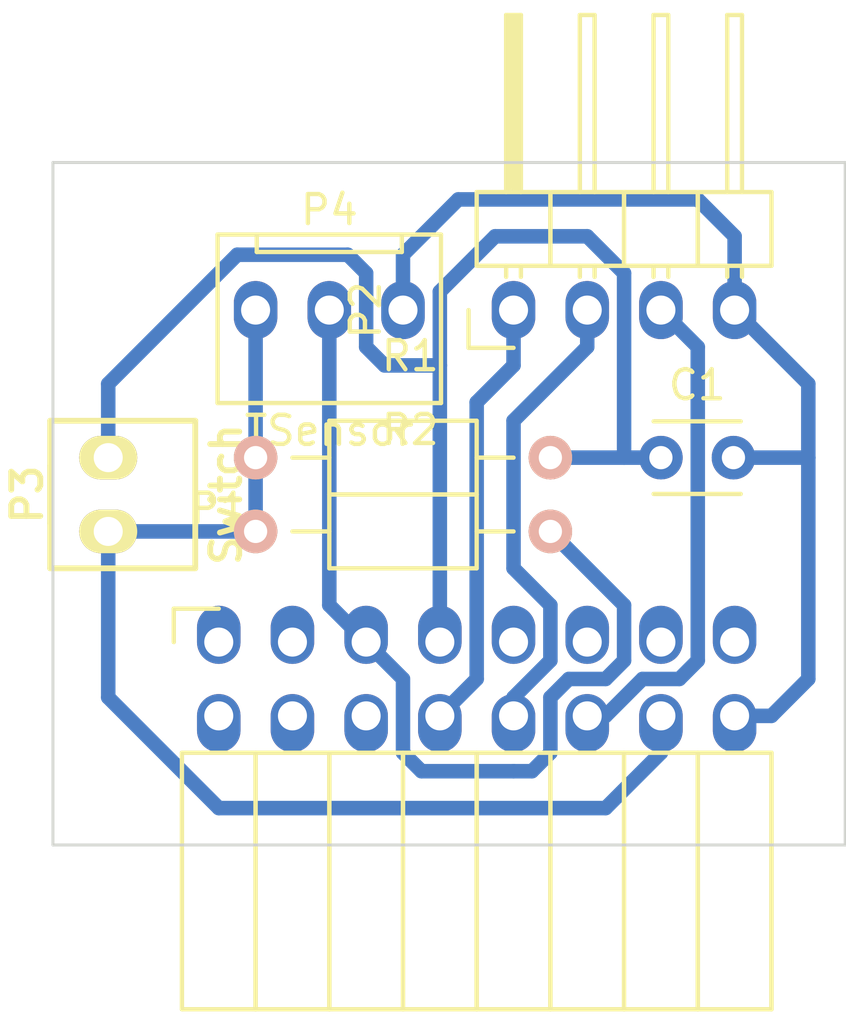
<source format=kicad_pcb>
(kicad_pcb (version 4) (host pcbnew 4.0.2-stable)

  (general
    (links 15)
    (no_connects 0)
    (area 156.026 85.644999 185.470001 121.325001)
    (thickness 1.6)
    (drawings 4)
    (tracks 65)
    (zones 0)
    (modules 7)
    (nets 17)
  )

  (page A4)
  (layers
    (0 F.Cu signal)
    (31 B.Cu signal)
    (32 B.Adhes user)
    (33 F.Adhes user)
    (34 B.Paste user)
    (35 F.Paste user)
    (36 B.SilkS user)
    (37 F.SilkS user)
    (38 B.Mask user)
    (39 F.Mask user)
    (40 Dwgs.User user)
    (41 Cmts.User user)
    (42 Eco1.User user)
    (43 Eco2.User user)
    (44 Edge.Cuts user)
    (45 Margin user)
    (46 B.CrtYd user)
    (47 F.CrtYd user)
    (48 B.Fab user)
    (49 F.Fab user)
  )

  (setup
    (last_trace_width 0.5)
    (user_trace_width 0.5)
    (user_trace_width 1)
    (trace_clearance 0.2)
    (zone_clearance 0.508)
    (zone_45_only no)
    (trace_min 0.2)
    (segment_width 0.2)
    (edge_width 0.1)
    (via_size 0.6)
    (via_drill 0.4)
    (via_min_size 0.4)
    (via_min_drill 0.3)
    (uvia_size 0.3)
    (uvia_drill 0.1)
    (uvias_allowed no)
    (uvia_min_size 0.2)
    (uvia_min_drill 0.1)
    (pcb_text_width 0.3)
    (pcb_text_size 1.5 1.5)
    (mod_edge_width 0.15)
    (mod_text_size 1 1)
    (mod_text_width 0.15)
    (pad_size 1.5 2)
    (pad_drill 1)
    (pad_to_mask_clearance 0)
    (aux_axis_origin 0 0)
    (visible_elements 7FFFFFFF)
    (pcbplotparams
      (layerselection 0x00030_80000001)
      (usegerberextensions false)
      (excludeedgelayer true)
      (linewidth 0.100000)
      (plotframeref false)
      (viasonmask false)
      (mode 1)
      (useauxorigin false)
      (hpglpennumber 1)
      (hpglpenspeed 20)
      (hpglpendiameter 15)
      (hpglpenoverlay 2)
      (psnegative false)
      (psa4output false)
      (plotreference true)
      (plotvalue true)
      (plotinvisibletext false)
      (padsonsilk false)
      (subtractmaskfromsilk false)
      (outputformat 1)
      (mirror false)
      (drillshape 1)
      (scaleselection 1)
      (outputdirectory ""))
  )

  (net 0 "")
  (net 1 /GPIO5)
  (net 2 GND)
  (net 3 /RESET)
  (net 4 /TXD)
  (net 5 /ADC)
  (net 6 /RXD)
  (net 7 /GPIO4)
  (net 8 /GPIO16)
  (net 9 /GPIO14)
  (net 10 /GPIO0)
  (net 11 /GPIO12)
  (net 12 /GPIO2)
  (net 13 /GPIO13)
  (net 14 /GPIO15)
  (net 15 VCC)
  (net 16 /VDD)

  (net_class Default "This is the default net class."
    (clearance 0.2)
    (trace_width 0.25)
    (via_dia 0.6)
    (via_drill 0.4)
    (uvia_dia 0.3)
    (uvia_drill 0.1)
    (add_net /ADC)
    (add_net /GPIO0)
    (add_net /GPIO12)
    (add_net /GPIO13)
    (add_net /GPIO14)
    (add_net /GPIO15)
    (add_net /GPIO16)
    (add_net /GPIO2)
    (add_net /GPIO4)
    (add_net /GPIO5)
    (add_net /RESET)
    (add_net /RXD)
    (add_net /TXD)
    (add_net /VDD)
    (add_net GND)
    (add_net VCC)
  )

  (module Capacitors_ThroughHole:C_Disc_D3_P2.5 (layer F.Cu) (tedit 58487FF9) (tstamp 5847CA4D)
    (at 179.07 101.6)
    (descr "Capacitor 3mm Disc, Pitch 2.5mm")
    (tags Capacitor)
    (path /5847D37B)
    (fp_text reference C1 (at 1.25 -2.5) (layer F.SilkS)
      (effects (font (size 1 1) (thickness 0.15)))
    )
    (fp_text value 1nF (at 1.25 2.5) (layer F.Fab)
      (effects (font (size 1 1) (thickness 0.15)))
    )
    (fp_line (start -0.9 -1.5) (end 3.4 -1.5) (layer F.CrtYd) (width 0.05))
    (fp_line (start 3.4 -1.5) (end 3.4 1.5) (layer F.CrtYd) (width 0.05))
    (fp_line (start 3.4 1.5) (end -0.9 1.5) (layer F.CrtYd) (width 0.05))
    (fp_line (start -0.9 1.5) (end -0.9 -1.5) (layer F.CrtYd) (width 0.05))
    (fp_line (start -0.25 -1.25) (end 2.75 -1.25) (layer F.SilkS) (width 0.15))
    (fp_line (start 2.75 1.25) (end -0.25 1.25) (layer F.SilkS) (width 0.15))
    (pad 1 thru_hole circle (at 0 0) (size 1.5 1.5) (drill 0.8) (layers *.Cu *.Mask)
      (net 1 /GPIO5))
    (pad 2 thru_hole circle (at 2.5 0) (size 1.5 1.5) (drill 0.8) (layers *.Cu *.Mask)
      (net 2 GND))
    (model Capacitors_ThroughHole.3dshapes/C_Disc_D3_P2.5.wrl
      (at (xyz 0.0492126 0 0))
      (scale (xyz 1 1 1))
      (rotate (xyz 0 0 0))
    )
  )

  (module Pin_Headers:Pin_Header_Angled_1x04 (layer F.Cu) (tedit 584881A3) (tstamp 5847CA69)
    (at 173.99 96.52 90)
    (descr "Through hole pin header")
    (tags "pin header")
    (path /5814678C)
    (fp_text reference P2 (at 0 -5.1 90) (layer F.SilkS)
      (effects (font (size 1 1) (thickness 0.15)))
    )
    (fp_text value Control (at 0 -3.1 90) (layer F.Fab)
      (effects (font (size 1 1) (thickness 0.15)))
    )
    (fp_line (start -1.5 -1.75) (end -1.5 9.4) (layer F.CrtYd) (width 0.05))
    (fp_line (start 10.65 -1.75) (end 10.65 9.4) (layer F.CrtYd) (width 0.05))
    (fp_line (start -1.5 -1.75) (end 10.65 -1.75) (layer F.CrtYd) (width 0.05))
    (fp_line (start -1.5 9.4) (end 10.65 9.4) (layer F.CrtYd) (width 0.05))
    (fp_line (start -1.3 -1.55) (end -1.3 0) (layer F.SilkS) (width 0.15))
    (fp_line (start 0 -1.55) (end -1.3 -1.55) (layer F.SilkS) (width 0.15))
    (fp_line (start 4.191 -0.127) (end 10.033 -0.127) (layer F.SilkS) (width 0.15))
    (fp_line (start 10.033 -0.127) (end 10.033 0.127) (layer F.SilkS) (width 0.15))
    (fp_line (start 10.033 0.127) (end 4.191 0.127) (layer F.SilkS) (width 0.15))
    (fp_line (start 4.191 0.127) (end 4.191 0) (layer F.SilkS) (width 0.15))
    (fp_line (start 4.191 0) (end 10.033 0) (layer F.SilkS) (width 0.15))
    (fp_line (start 1.524 -0.254) (end 1.143 -0.254) (layer F.SilkS) (width 0.15))
    (fp_line (start 1.524 0.254) (end 1.143 0.254) (layer F.SilkS) (width 0.15))
    (fp_line (start 1.524 2.286) (end 1.143 2.286) (layer F.SilkS) (width 0.15))
    (fp_line (start 1.524 2.794) (end 1.143 2.794) (layer F.SilkS) (width 0.15))
    (fp_line (start 1.524 4.826) (end 1.143 4.826) (layer F.SilkS) (width 0.15))
    (fp_line (start 1.524 5.334) (end 1.143 5.334) (layer F.SilkS) (width 0.15))
    (fp_line (start 1.524 7.874) (end 1.143 7.874) (layer F.SilkS) (width 0.15))
    (fp_line (start 1.524 7.366) (end 1.143 7.366) (layer F.SilkS) (width 0.15))
    (fp_line (start 1.524 -1.27) (end 4.064 -1.27) (layer F.SilkS) (width 0.15))
    (fp_line (start 1.524 1.27) (end 4.064 1.27) (layer F.SilkS) (width 0.15))
    (fp_line (start 1.524 1.27) (end 1.524 3.81) (layer F.SilkS) (width 0.15))
    (fp_line (start 1.524 3.81) (end 4.064 3.81) (layer F.SilkS) (width 0.15))
    (fp_line (start 4.064 2.286) (end 10.16 2.286) (layer F.SilkS) (width 0.15))
    (fp_line (start 10.16 2.286) (end 10.16 2.794) (layer F.SilkS) (width 0.15))
    (fp_line (start 10.16 2.794) (end 4.064 2.794) (layer F.SilkS) (width 0.15))
    (fp_line (start 4.064 3.81) (end 4.064 1.27) (layer F.SilkS) (width 0.15))
    (fp_line (start 4.064 1.27) (end 4.064 -1.27) (layer F.SilkS) (width 0.15))
    (fp_line (start 10.16 0.254) (end 4.064 0.254) (layer F.SilkS) (width 0.15))
    (fp_line (start 10.16 -0.254) (end 10.16 0.254) (layer F.SilkS) (width 0.15))
    (fp_line (start 4.064 -0.254) (end 10.16 -0.254) (layer F.SilkS) (width 0.15))
    (fp_line (start 1.524 1.27) (end 4.064 1.27) (layer F.SilkS) (width 0.15))
    (fp_line (start 1.524 -1.27) (end 1.524 1.27) (layer F.SilkS) (width 0.15))
    (fp_line (start 1.524 6.35) (end 4.064 6.35) (layer F.SilkS) (width 0.15))
    (fp_line (start 1.524 6.35) (end 1.524 8.89) (layer F.SilkS) (width 0.15))
    (fp_line (start 1.524 8.89) (end 4.064 8.89) (layer F.SilkS) (width 0.15))
    (fp_line (start 4.064 7.366) (end 10.16 7.366) (layer F.SilkS) (width 0.15))
    (fp_line (start 10.16 7.366) (end 10.16 7.874) (layer F.SilkS) (width 0.15))
    (fp_line (start 10.16 7.874) (end 4.064 7.874) (layer F.SilkS) (width 0.15))
    (fp_line (start 4.064 8.89) (end 4.064 6.35) (layer F.SilkS) (width 0.15))
    (fp_line (start 4.064 6.35) (end 4.064 3.81) (layer F.SilkS) (width 0.15))
    (fp_line (start 10.16 5.334) (end 4.064 5.334) (layer F.SilkS) (width 0.15))
    (fp_line (start 10.16 4.826) (end 10.16 5.334) (layer F.SilkS) (width 0.15))
    (fp_line (start 4.064 4.826) (end 10.16 4.826) (layer F.SilkS) (width 0.15))
    (fp_line (start 1.524 6.35) (end 4.064 6.35) (layer F.SilkS) (width 0.15))
    (fp_line (start 1.524 3.81) (end 1.524 6.35) (layer F.SilkS) (width 0.15))
    (fp_line (start 1.524 3.81) (end 4.064 3.81) (layer F.SilkS) (width 0.15))
    (pad 1 thru_hole oval (at 0 0 90) (size 2 1.5) (drill 1) (layers *.Cu *.Mask)
      (net 9 /GPIO14))
    (pad 2 thru_hole oval (at 0 2.54 90) (size 2 1.5) (drill 1) (layers *.Cu *.Mask)
      (net 11 /GPIO12))
    (pad 3 thru_hole oval (at 0 5.08 90) (size 2 1.5) (drill 1) (layers *.Cu *.Mask)
      (net 13 /GPIO13))
    (pad 4 thru_hole oval (at 0 7.62 90) (size 2 1.5) (drill 1) (layers *.Cu *.Mask)
      (net 2 GND))
    (model Pin_Headers.3dshapes/Pin_Header_Angled_1x04.wrl
      (at (xyz 0 -0.15 0))
      (scale (xyz 1 1 1))
      (rotate (xyz 0 0 90))
    )
  )

  (module suf_connector_ncw:CONN_NCW254-02S (layer F.Cu) (tedit 58488352) (tstamp 5847CA76)
    (at 160.02 102.87 90)
    (path /5847D0A7)
    (fp_text reference P3 (at 0 -2.794 90) (layer F.SilkS)
      (effects (font (size 1 1) (thickness 0.2)))
    )
    (fp_text value Switch (at 0 4.064 90) (layer F.SilkS)
      (effects (font (size 1 1) (thickness 0.2)))
    )
    (fp_line (start -1 -2) (end -1 -2) (layer F.SilkS) (width 0.2))
    (fp_line (start -1 -2) (end 1 -2) (layer F.SilkS) (width 0.2))
    (fp_line (start 1 -2) (end 1 -2) (layer F.SilkS) (width 0.2))
    (fp_line (start -2.54 -2) (end 2.54 -2) (layer F.SilkS) (width 0.2))
    (fp_line (start 2.54 -2) (end 2.54 3) (layer F.SilkS) (width 0.2))
    (fp_line (start 2.54 3) (end -2.54 3) (layer F.SilkS) (width 0.2))
    (fp_line (start -2.54 3) (end -2.54 -2) (layer F.SilkS) (width 0.2))
    (pad 1 thru_hole oval (at -1.27 0 90) (size 1.5 2) (drill 1) (layers *.Cu *.Mask F.SilkS)
      (net 15 VCC))
    (pad 2 thru_hole oval (at 1.27 0 90) (size 1.5 2) (drill 1) (layers *.Cu *.Mask F.SilkS)
      (net 1 /GPIO5))
  )

  (module suf_connector_ncw:CONN_NCW254-03S (layer F.Cu) (tedit 584882C7) (tstamp 5847CA84)
    (at 167.64 96.52)
    (path /5847D0F0)
    (fp_text reference P4 (at 0 -3.45) (layer F.SilkS)
      (effects (font (size 1 1) (thickness 0.15)))
    )
    (fp_text value TSensor (at 0 4.15) (layer F.SilkS)
      (effects (font (size 1 1) (thickness 0.15)))
    )
    (fp_line (start 2.5 -2) (end -2.5 -2) (layer F.SilkS) (width 0.15))
    (fp_line (start 2.5 -2.6) (end 2.5 -2) (layer F.SilkS) (width 0.15))
    (fp_line (start -2.5 -2.6) (end -2.5 -2) (layer F.SilkS) (width 0.15))
    (fp_line (start 3.85 -2.6) (end 3.85 3.2) (layer F.SilkS) (width 0.15))
    (fp_line (start -3.85 -2.6) (end 3.85 -2.6) (layer F.SilkS) (width 0.15))
    (fp_line (start -3.85 3.2) (end -3.85 -2.6) (layer F.SilkS) (width 0.15))
    (fp_line (start -3.85 3.2) (end 3.85 3.2) (layer F.SilkS) (width 0.15))
    (pad 2 thru_hole oval (at 0 0) (size 1.5 2) (drill 1) (layers *.Cu *.Mask)
      (net 7 /GPIO4))
    (pad 3 thru_hole oval (at 2.54 0) (size 1.5 2) (drill 1) (layers *.Cu *.Mask)
      (net 2 GND))
    (pad 1 thru_hole oval (at -2.54 0) (size 1.5 2) (drill 1) (layers *.Cu *.Mask)
      (net 15 VCC))
  )

  (module Resistors_ThroughHole:Resistor_Horizontal_RM10mm (layer F.Cu) (tedit 58487FE2) (tstamp 5847CA8A)
    (at 165.1 101.6)
    (descr "Resistor, Axial,  RM 10mm, 1/3W")
    (tags "Resistor Axial RM 10mm 1/3W")
    (path /5847D2CD)
    (fp_text reference R1 (at 5.32892 -3.50012) (layer F.SilkS)
      (effects (font (size 1 1) (thickness 0.15)))
    )
    (fp_text value 3,3K (at 5.08 3.81) (layer F.Fab)
      (effects (font (size 1 1) (thickness 0.15)))
    )
    (fp_line (start -1.25 -1.5) (end 11.4 -1.5) (layer F.CrtYd) (width 0.05))
    (fp_line (start -1.25 1.5) (end -1.25 -1.5) (layer F.CrtYd) (width 0.05))
    (fp_line (start 11.4 -1.5) (end 11.4 1.5) (layer F.CrtYd) (width 0.05))
    (fp_line (start -1.25 1.5) (end 11.4 1.5) (layer F.CrtYd) (width 0.05))
    (fp_line (start 2.54 -1.27) (end 7.62 -1.27) (layer F.SilkS) (width 0.15))
    (fp_line (start 7.62 -1.27) (end 7.62 1.27) (layer F.SilkS) (width 0.15))
    (fp_line (start 7.62 1.27) (end 2.54 1.27) (layer F.SilkS) (width 0.15))
    (fp_line (start 2.54 1.27) (end 2.54 -1.27) (layer F.SilkS) (width 0.15))
    (fp_line (start 2.54 0) (end 1.27 0) (layer F.SilkS) (width 0.15))
    (fp_line (start 7.62 0) (end 8.89 0) (layer F.SilkS) (width 0.15))
    (pad 1 thru_hole circle (at 0 0) (size 1.5 1.5) (drill 0.8) (layers *.Cu *.SilkS *.Mask)
      (net 15 VCC))
    (pad 2 thru_hole circle (at 10.16 0) (size 1.5 1.5) (drill 0.8) (layers *.Cu *.SilkS *.Mask)
      (net 1 /GPIO5))
    (model Resistors_ThroughHole.3dshapes/Resistor_Horizontal_RM10mm.wrl
      (at (xyz 0.2 0 0))
      (scale (xyz 0.4 0.4 0.4))
      (rotate (xyz 0 0 0))
    )
  )

  (module Resistors_ThroughHole:Resistor_Horizontal_RM10mm (layer F.Cu) (tedit 56648415) (tstamp 5847CA90)
    (at 165.1 104.14)
    (descr "Resistor, Axial,  RM 10mm, 1/3W")
    (tags "Resistor Axial RM 10mm 1/3W")
    (path /5847D344)
    (fp_text reference R2 (at 5.32892 -3.50012) (layer F.SilkS)
      (effects (font (size 1 1) (thickness 0.15)))
    )
    (fp_text value 3,3K (at 5.08 3.81) (layer F.Fab)
      (effects (font (size 1 1) (thickness 0.15)))
    )
    (fp_line (start -1.25 -1.5) (end 11.4 -1.5) (layer F.CrtYd) (width 0.05))
    (fp_line (start -1.25 1.5) (end -1.25 -1.5) (layer F.CrtYd) (width 0.05))
    (fp_line (start 11.4 -1.5) (end 11.4 1.5) (layer F.CrtYd) (width 0.05))
    (fp_line (start -1.25 1.5) (end 11.4 1.5) (layer F.CrtYd) (width 0.05))
    (fp_line (start 2.54 -1.27) (end 7.62 -1.27) (layer F.SilkS) (width 0.15))
    (fp_line (start 7.62 -1.27) (end 7.62 1.27) (layer F.SilkS) (width 0.15))
    (fp_line (start 7.62 1.27) (end 2.54 1.27) (layer F.SilkS) (width 0.15))
    (fp_line (start 2.54 1.27) (end 2.54 -1.27) (layer F.SilkS) (width 0.15))
    (fp_line (start 2.54 0) (end 1.27 0) (layer F.SilkS) (width 0.15))
    (fp_line (start 7.62 0) (end 8.89 0) (layer F.SilkS) (width 0.15))
    (pad 1 thru_hole circle (at 0 0) (size 1.5 1.5) (drill 0.8) (layers *.Cu *.SilkS *.Mask)
      (net 15 VCC))
    (pad 2 thru_hole circle (at 10.16 0) (size 1.5 1.5) (drill 0.8) (layers *.Cu *.SilkS *.Mask)
      (net 7 /GPIO4))
    (model Resistors_ThroughHole.3dshapes/Resistor_Horizontal_RM10mm.wrl
      (at (xyz 0.2 0 0))
      (scale (xyz 0.4 0.4 0.4))
      (rotate (xyz 0 0 0))
    )
  )

  (module Socket_Strips:Socket_Strip_Angled_2x08 (layer F.Cu) (tedit 58488099) (tstamp 5847CC98)
    (at 163.83 107.95)
    (descr "Through hole socket strip")
    (tags "socket strip")
    (path /581269E1)
    (fp_text reference P1 (at 0 -4.6) (layer F.SilkS)
      (effects (font (size 1 1) (thickness 0.15)))
    )
    (fp_text value BUS (at 0 -2.6) (layer F.Fab)
      (effects (font (size 1 1) (thickness 0.15)))
    )
    (fp_line (start -1.75 -1.35) (end -1.75 13.15) (layer F.CrtYd) (width 0.05))
    (fp_line (start 19.55 -1.35) (end 19.55 13.15) (layer F.CrtYd) (width 0.05))
    (fp_line (start -1.75 -1.35) (end 19.55 -1.35) (layer F.CrtYd) (width 0.05))
    (fp_line (start -1.75 13.15) (end 19.55 13.15) (layer F.CrtYd) (width 0.05))
    (fp_line (start 16.51 12.64) (end 16.51 3.81) (layer F.SilkS) (width 0.15))
    (fp_line (start 13.97 12.64) (end 16.51 12.64) (layer F.SilkS) (width 0.15))
    (fp_line (start 13.97 3.81) (end 16.51 3.81) (layer F.SilkS) (width 0.15))
    (fp_line (start 16.51 3.81) (end 16.51 12.64) (layer F.SilkS) (width 0.15))
    (fp_line (start 19.05 3.81) (end 19.05 12.64) (layer F.SilkS) (width 0.15))
    (fp_line (start 16.51 3.81) (end 19.05 3.81) (layer F.SilkS) (width 0.15))
    (fp_line (start 16.51 12.64) (end 19.05 12.64) (layer F.SilkS) (width 0.15))
    (fp_line (start 19.05 12.64) (end 19.05 3.81) (layer F.SilkS) (width 0.15))
    (fp_line (start 13.97 12.64) (end 13.97 3.81) (layer F.SilkS) (width 0.15))
    (fp_line (start 11.43 12.64) (end 13.97 12.64) (layer F.SilkS) (width 0.15))
    (fp_line (start 11.43 3.81) (end 13.97 3.81) (layer F.SilkS) (width 0.15))
    (fp_line (start 13.97 3.81) (end 13.97 12.64) (layer F.SilkS) (width 0.15))
    (fp_line (start 11.43 3.81) (end 11.43 12.64) (layer F.SilkS) (width 0.15))
    (fp_line (start 8.89 3.81) (end 11.43 3.81) (layer F.SilkS) (width 0.15))
    (fp_line (start 8.89 12.64) (end 11.43 12.64) (layer F.SilkS) (width 0.15))
    (fp_line (start 11.43 12.64) (end 11.43 3.81) (layer F.SilkS) (width 0.15))
    (fp_line (start 8.89 12.64) (end 8.89 3.81) (layer F.SilkS) (width 0.15))
    (fp_line (start 6.35 12.64) (end 8.89 12.64) (layer F.SilkS) (width 0.15))
    (fp_line (start 6.35 3.81) (end 8.89 3.81) (layer F.SilkS) (width 0.15))
    (fp_line (start 8.89 3.81) (end 8.89 12.64) (layer F.SilkS) (width 0.15))
    (fp_line (start 6.35 3.81) (end 6.35 12.64) (layer F.SilkS) (width 0.15))
    (fp_line (start 3.81 3.81) (end 6.35 3.81) (layer F.SilkS) (width 0.15))
    (fp_line (start 3.81 12.64) (end 6.35 12.64) (layer F.SilkS) (width 0.15))
    (fp_line (start 6.35 12.64) (end 6.35 3.81) (layer F.SilkS) (width 0.15))
    (fp_line (start 3.81 12.64) (end 3.81 3.81) (layer F.SilkS) (width 0.15))
    (fp_line (start 1.27 12.64) (end 3.81 12.64) (layer F.SilkS) (width 0.15))
    (fp_line (start 1.27 3.81) (end 3.81 3.81) (layer F.SilkS) (width 0.15))
    (fp_line (start 3.81 3.81) (end 3.81 12.64) (layer F.SilkS) (width 0.15))
    (fp_line (start 1.27 3.81) (end 1.27 12.64) (layer F.SilkS) (width 0.15))
    (fp_line (start -1.27 3.81) (end 1.27 3.81) (layer F.SilkS) (width 0.15))
    (fp_line (start 0 -1.15) (end -1.55 -1.15) (layer F.SilkS) (width 0.15))
    (fp_line (start -1.55 -1.15) (end -1.55 0) (layer F.SilkS) (width 0.15))
    (fp_line (start -1.27 3.81) (end -1.27 12.64) (layer F.SilkS) (width 0.15))
    (fp_line (start -1.27 12.64) (end 1.27 12.64) (layer F.SilkS) (width 0.15))
    (fp_line (start 1.27 12.64) (end 1.27 3.81) (layer F.SilkS) (width 0.15))
    (pad 1 thru_hole oval (at 0 0) (size 1.5 2) (drill 1 (offset 0 -0.25)) (layers *.Cu *.Mask)
      (net 3 /RESET))
    (pad 2 thru_hole oval (at 0 2.54) (size 1.5 2) (drill 1 (offset 0 0.25)) (layers *.Cu *.Mask)
      (net 4 /TXD))
    (pad 3 thru_hole oval (at 2.54 0) (size 1.5 2) (drill 1 (offset 0 -0.25)) (layers *.Cu *.Mask)
      (net 5 /ADC))
    (pad 4 thru_hole oval (at 2.54 2.54) (size 1.5 2) (drill 1 (offset 0 0.25)) (layers *.Cu *.Mask)
      (net 6 /RXD))
    (pad 5 thru_hole oval (at 5.08 0) (size 1.5 2) (drill 1 (offset 0 -0.25)) (layers *.Cu *.Mask)
      (net 7 /GPIO4))
    (pad 6 thru_hole oval (at 5.08 2.54) (size 1.5 2) (drill 1 (offset 0 0.25)) (layers *.Cu *.Mask)
      (net 8 /GPIO16))
    (pad 7 thru_hole oval (at 7.62 0) (size 1.5 2) (drill 1 (offset 0 -0.25)) (layers *.Cu *.Mask)
      (net 1 /GPIO5))
    (pad 8 thru_hole oval (at 7.62 2.54) (size 1.5 2) (drill 1 (offset 0 0.25)) (layers *.Cu *.Mask)
      (net 9 /GPIO14))
    (pad 9 thru_hole oval (at 10.16 0) (size 1.5 2) (drill 1 (offset 0 -0.25)) (layers *.Cu *.Mask)
      (net 10 /GPIO0))
    (pad 10 thru_hole oval (at 10.16 2.54) (size 1.5 2) (drill 1 (offset 0 0.25)) (layers *.Cu *.Mask)
      (net 11 /GPIO12))
    (pad 11 thru_hole oval (at 12.7 0) (size 1.5 2) (drill 1 (offset 0 -0.25)) (layers *.Cu *.Mask)
      (net 12 /GPIO2))
    (pad 12 thru_hole oval (at 12.7 2.54) (size 1.5 2) (drill 1 (offset 0 0.25)) (layers *.Cu *.Mask)
      (net 13 /GPIO13))
    (pad 13 thru_hole oval (at 15.24 0) (size 1.5 2) (drill 1 (offset 0 -0.25)) (layers *.Cu *.Mask)
      (net 14 /GPIO15))
    (pad 14 thru_hole oval (at 15.24 2.54) (size 1.5 2) (drill 1 (offset 0 0.25)) (layers *.Cu *.Mask)
      (net 15 VCC))
    (pad 15 thru_hole oval (at 17.78 0) (size 1.5 2) (drill 1 (offset 0 -0.25)) (layers *.Cu *.Mask)
      (net 16 /VDD))
    (pad 16 thru_hole oval (at 17.78 2.54) (size 1.5 2) (drill 1 (offset 0 0.25)) (layers *.Cu *.Mask)
      (net 2 GND))
    (model Socket_Strips.3dshapes/Socket_Strip_Angled_2x08.wrl
      (at (xyz 0.35 -0.05 0))
      (scale (xyz 1 1 1))
      (rotate (xyz 0 0 180))
    )
  )

  (gr_line (start 158.115 91.44) (end 185.42 91.44) (angle 90) (layer Edge.Cuts) (width 0.1))
  (gr_line (start 158.115 114.935) (end 158.115 91.44) (angle 90) (layer Edge.Cuts) (width 0.1))
  (gr_line (start 185.42 114.935) (end 158.115 114.935) (angle 90) (layer Edge.Cuts) (width 0.1))
  (gr_line (start 185.42 91.44) (end 185.42 114.935) (angle 90) (layer Edge.Cuts) (width 0.1))

  (segment (start 160.02 101.6) (end 160.02 99.06) (width 0.5) (layer B.Cu) (net 1) (status 400000))
  (segment (start 160.02 99.06) (end 164.465 94.615) (width 0.5) (layer B.Cu) (net 1) (tstamp 5848848D))
  (segment (start 171.45 98.425) (end 169.545 98.425) (width 0.5) (layer B.Cu) (net 1))
  (segment (start 169.545 98.425) (end 168.91 97.79) (width 0.5) (layer B.Cu) (net 1) (tstamp 5848844A))
  (segment (start 168.91 97.79) (end 168.91 95.25) (width 0.5) (layer B.Cu) (net 1) (tstamp 5848844B))
  (segment (start 168.91 95.25) (end 168.275 94.615) (width 0.5) (layer B.Cu) (net 1) (tstamp 5848844C))
  (segment (start 168.275 94.615) (end 164.465 94.615) (width 0.5) (layer B.Cu) (net 1) (tstamp 5848844D))
  (segment (start 177.8 101.6) (end 177.8 95.25) (width 0.5) (layer B.Cu) (net 1))
  (segment (start 171.45 95.885) (end 171.45 98.425) (width 0.5) (layer B.Cu) (net 1) (tstamp 5848841F))
  (segment (start 171.45 98.425) (end 171.45 107.95) (width 0.5) (layer B.Cu) (net 1) (tstamp 58488448))
  (segment (start 173.355 93.98) (end 171.45 95.885) (width 0.5) (layer B.Cu) (net 1) (tstamp 5848841E))
  (segment (start 176.53 93.98) (end 173.355 93.98) (width 0.5) (layer B.Cu) (net 1) (tstamp 5848841D))
  (segment (start 177.8 95.25) (end 176.53 93.98) (width 0.5) (layer B.Cu) (net 1) (tstamp 5848841C))
  (segment (start 175.26 101.6) (end 177.8 101.6) (width 0.5) (layer B.Cu) (net 1))
  (segment (start 177.8 101.6) (end 179.07 101.6) (width 0.5) (layer B.Cu) (net 1) (tstamp 5848841A))
  (segment (start 170.18 96.52) (end 170.18 94.615) (width 0.5) (layer B.Cu) (net 2))
  (segment (start 181.61 93.98) (end 181.61 96.52) (width 0.5) (layer B.Cu) (net 2) (tstamp 58488320))
  (segment (start 180.34 92.71) (end 181.61 93.98) (width 0.5) (layer B.Cu) (net 2) (tstamp 5848831F))
  (segment (start 172.085 92.71) (end 180.34 92.71) (width 0.5) (layer B.Cu) (net 2) (tstamp 5848831E))
  (segment (start 170.18 94.615) (end 172.085 92.71) (width 0.5) (layer B.Cu) (net 2) (tstamp 5848831D))
  (segment (start 184.15 101.6) (end 184.15 109.22) (width 0.5) (layer B.Cu) (net 2))
  (segment (start 182.88 110.49) (end 181.61 110.49) (width 0.5) (layer B.Cu) (net 2) (tstamp 58488311))
  (segment (start 184.15 109.22) (end 182.88 110.49) (width 0.5) (layer B.Cu) (net 2) (tstamp 58488310))
  (segment (start 181.57 101.6) (end 184.15 101.6) (width 0.5) (layer B.Cu) (net 2))
  (segment (start 184.15 99.06) (end 181.61 96.52) (width 0.5) (layer B.Cu) (net 2) (tstamp 58488056))
  (segment (start 184.15 101.6) (end 184.15 99.06) (width 0.5) (layer B.Cu) (net 2) (tstamp 5848805C))
  (segment (start 167.64 96.52) (end 167.64 106.68) (width 0.5) (layer B.Cu) (net 7) (status 400000))
  (segment (start 167.64 106.68) (end 168.91 107.95) (width 0.5) (layer B.Cu) (net 7) (tstamp 5848848A) (status 800000))
  (segment (start 168.91 107.95) (end 170.18 109.22) (width 0.5) (layer B.Cu) (net 7) (status 400000))
  (segment (start 177.8 106.68) (end 175.26 104.14) (width 0.5) (layer B.Cu) (net 7) (tstamp 58488487) (status 800000))
  (segment (start 177.8 108.585) (end 177.8 106.68) (width 0.5) (layer B.Cu) (net 7) (tstamp 58488486))
  (segment (start 177.165 109.22) (end 177.8 108.585) (width 0.5) (layer B.Cu) (net 7) (tstamp 58488485))
  (segment (start 175.895 109.22) (end 177.165 109.22) (width 0.5) (layer B.Cu) (net 7) (tstamp 58488484))
  (segment (start 175.26 109.855) (end 175.895 109.22) (width 0.5) (layer B.Cu) (net 7) (tstamp 58488483))
  (segment (start 175.26 111.76) (end 175.26 109.855) (width 0.5) (layer B.Cu) (net 7) (tstamp 58488482))
  (segment (start 174.625 112.395) (end 175.26 111.76) (width 0.5) (layer B.Cu) (net 7) (tstamp 58488481))
  (segment (start 173.99 112.395) (end 174.625 112.395) (width 0.5) (layer B.Cu) (net 7) (tstamp 58488480))
  (segment (start 170.815 112.395) (end 173.99 112.395) (width 0.5) (layer B.Cu) (net 7) (tstamp 5848847F))
  (segment (start 170.18 111.76) (end 170.815 112.395) (width 0.5) (layer B.Cu) (net 7) (tstamp 5848847E))
  (segment (start 170.18 109.22) (end 170.18 111.76) (width 0.5) (layer B.Cu) (net 7) (tstamp 5848847D))
  (segment (start 173.99 96.52) (end 173.99 98.425) (width 0.5) (layer B.Cu) (net 9))
  (segment (start 172.72 109.22) (end 171.45 110.49) (width 0.5) (layer B.Cu) (net 9) (tstamp 5848830C))
  (segment (start 172.72 99.695) (end 172.72 109.22) (width 0.5) (layer B.Cu) (net 9) (tstamp 5848830B))
  (segment (start 173.99 98.425) (end 172.72 99.695) (width 0.5) (layer B.Cu) (net 9) (tstamp 5848830A))
  (segment (start 173.99 110.49) (end 173.99 109.855) (width 0.5) (layer B.Cu) (net 11) (status C00000))
  (segment (start 173.99 109.855) (end 175.26 108.585) (width 0.5) (layer B.Cu) (net 11) (tstamp 5848846B) (status 400000))
  (segment (start 176.53 96.52) (end 176.53 97.79) (width 0.5) (layer B.Cu) (net 11))
  (segment (start 175.26 106.68) (end 175.26 108.585) (width 0.5) (layer B.Cu) (net 11) (tstamp 58488306))
  (segment (start 173.99 105.41) (end 175.26 106.68) (width 0.5) (layer B.Cu) (net 11) (tstamp 58488305))
  (segment (start 173.99 100.33) (end 173.99 105.41) (width 0.5) (layer B.Cu) (net 11) (tstamp 58488303))
  (segment (start 176.53 97.79) (end 173.99 100.33) (width 0.5) (layer B.Cu) (net 11) (tstamp 58488302))
  (segment (start 180.34 97.79) (end 180.34 108.585) (width 0.5) (layer B.Cu) (net 13))
  (segment (start 180.34 108.585) (end 179.705 109.22) (width 0.5) (layer B.Cu) (net 13) (tstamp 58488497))
  (segment (start 176.53 110.49) (end 177.165 110.49) (width 0.5) (layer B.Cu) (net 13) (status C00000))
  (segment (start 177.165 110.49) (end 178.435 109.22) (width 0.5) (layer B.Cu) (net 13) (tstamp 58488461) (status 400000))
  (segment (start 178.435 109.22) (end 179.705 109.22) (width 0.5) (layer B.Cu) (net 13) (tstamp 58488464))
  (segment (start 180.34 97.79) (end 179.07 96.52) (width 0.5) (layer B.Cu) (net 13) (tstamp 5848831A))
  (segment (start 160.02 104.14) (end 160.02 109.855) (width 0.5) (layer B.Cu) (net 15) (status 400000))
  (segment (start 179.07 111.76) (end 179.07 110.49) (width 0.5) (layer B.Cu) (net 15) (tstamp 5848845C) (status 800000))
  (segment (start 177.165 113.665) (end 179.07 111.76) (width 0.5) (layer B.Cu) (net 15) (tstamp 5848845B))
  (segment (start 163.83 113.665) (end 177.165 113.665) (width 0.5) (layer B.Cu) (net 15) (tstamp 58488459))
  (segment (start 160.02 109.855) (end 163.83 113.665) (width 0.5) (layer B.Cu) (net 15) (tstamp 58488458))
  (segment (start 165.1 101.6) (end 165.1 96.52) (width 0.5) (layer B.Cu) (net 15) (status C00000))
  (segment (start 165.1 104.14) (end 165.1 101.6) (width 0.5) (layer B.Cu) (net 15) (status C00000))
  (segment (start 160.02 104.14) (end 165.1 104.14) (width 0.5) (layer B.Cu) (net 15) (status C00000))

)

</source>
